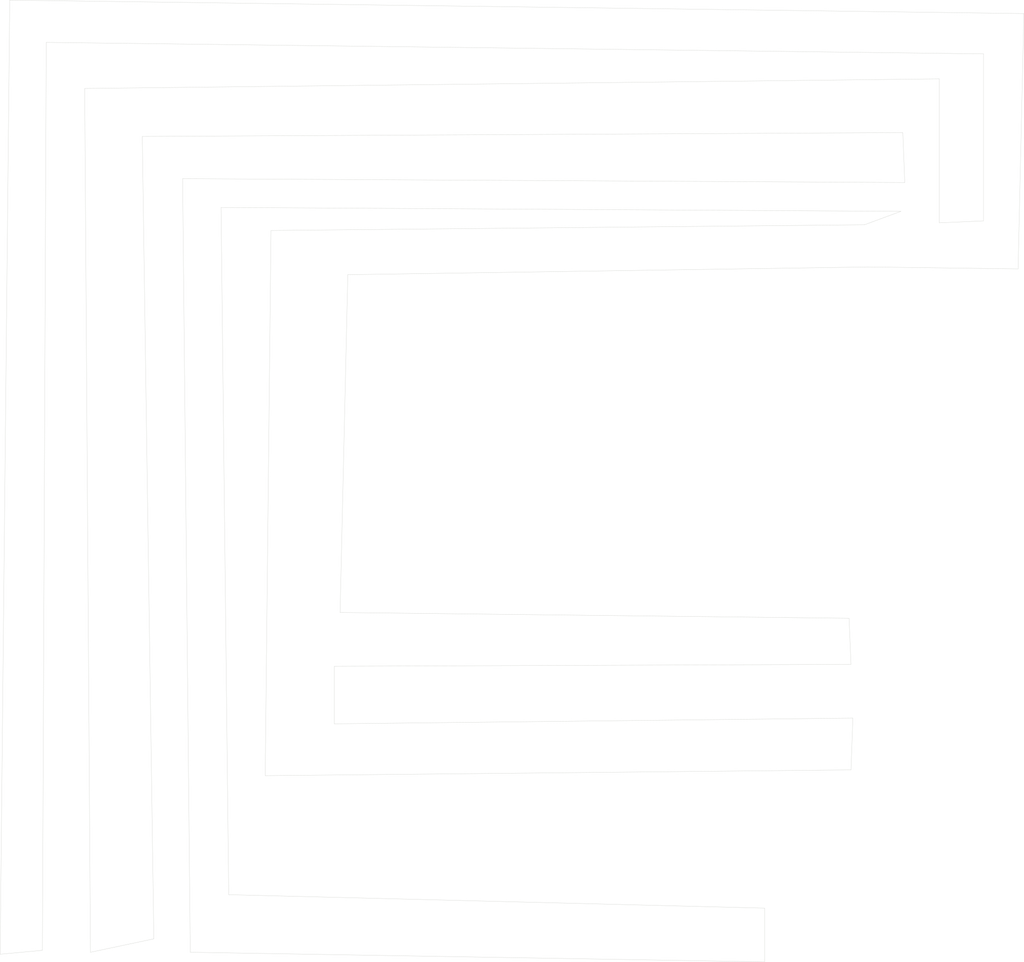
<source format=kicad_pcb>
(kicad_pcb (version 20221018) (generator pcbnew)

  (general
    (thickness 1.6)
  )

  (paper "A4")
  (layers
    (0 "F.Cu" signal)
    (31 "B.Cu" signal)
    (32 "B.Adhes" user "B.Adhesive")
    (33 "F.Adhes" user "F.Adhesive")
    (34 "B.Paste" user)
    (35 "F.Paste" user)
    (36 "B.SilkS" user "B.Silkscreen")
    (37 "F.SilkS" user "F.Silkscreen")
    (38 "B.Mask" user)
    (39 "F.Mask" user)
    (40 "Dwgs.User" user "User.Drawings")
    (41 "Cmts.User" user "User.Comments")
    (42 "Eco1.User" user "User.Eco1")
    (43 "Eco2.User" user "User.Eco2")
    (44 "Edge.Cuts" user)
    (45 "Margin" user)
    (46 "B.CrtYd" user "B.Courtyard")
    (47 "F.CrtYd" user "F.Courtyard")
    (48 "B.Fab" user)
    (49 "F.Fab" user)
    (50 "User.1" user)
    (51 "User.2" user)
    (52 "User.3" user)
    (53 "User.4" user)
    (54 "User.5" user)
    (55 "User.6" user)
    (56 "User.7" user)
    (57 "User.8" user)
    (58 "User.9" user)
  )

  (setup
    (stackup
      (layer "F.SilkS" (type "Top Silk Screen"))
      (layer "F.Paste" (type "Top Solder Paste"))
      (layer "F.Mask" (type "Top Solder Mask") (thickness 0.01))
      (layer "F.Cu" (type "copper") (thickness 0.035))
      (layer "dielectric 1" (type "core") (thickness 1.51) (material "FR4") (epsilon_r 4.5) (loss_tangent 0.02))
      (layer "B.Cu" (type "copper") (thickness 0.035))
      (layer "B.Mask" (type "Bottom Solder Mask") (thickness 0.01))
      (layer "B.Paste" (type "Bottom Solder Paste"))
      (layer "B.SilkS" (type "Bottom Silk Screen"))
      (copper_finish "None")
      (dielectric_constraints no)
    )
    (pad_to_mask_clearance 0)
    (pcbplotparams
      (layerselection 0x00010fc_ffffffff)
      (plot_on_all_layers_selection 0x0000000_00000000)
      (disableapertmacros false)
      (usegerberextensions false)
      (usegerberattributes true)
      (usegerberadvancedattributes true)
      (creategerberjobfile true)
      (dashed_line_dash_ratio 12.000000)
      (dashed_line_gap_ratio 3.000000)
      (svgprecision 4)
      (plotframeref false)
      (viasonmask false)
      (mode 1)
      (useauxorigin false)
      (hpglpennumber 1)
      (hpglpenspeed 20)
      (hpglpendiameter 15.000000)
      (dxfpolygonmode true)
      (dxfimperialunits true)
      (dxfusepcbnewfont true)
      (psnegative false)
      (psa4output false)
      (plotreference true)
      (plotvalue true)
      (plotinvisibletext false)
      (sketchpadsonfab false)
      (subtractmaskfromsilk false)
      (outputformat 1)
      (mirror false)
      (drillshape 1)
      (scaleselection 1)
      (outputdirectory "")
    )
  )

  (net 0 "")

  (gr_line (start 179.469975 2.849956) (end 2.179975 0.499956)
    (stroke (width 0.05) (type default)) (layer "Edge.Cuts") (tstamp 000765ea-ec3c-4905-b297-daa0d1dfe073))
  (gr_line (start 7.889975 166.699956) (end 8.559975 7.889956)
    (stroke (width 0.05) (type default)) (layer "Edge.Cuts") (tstamp 263022a2-e5cd-49f5-93b8-5abb504d6b9d))
  (gr_line (start 61.279975 48.519956) (end 152.269975 47.169956)
    (stroke (width 0.05) (type default)) (layer "Edge.Cuts") (tstamp 292e5261-ec0e-4ea3-b9f4-18bf2b1da41c))
  (gr_line (start 32.399975 31.729956) (end 33.739975 167.039956)
    (stroke (width 0.05) (type default)) (layer "Edge.Cuts") (tstamp 31d0b050-e152-4eb0-afb5-892d1f940192))
  (gr_line (start 2.179975 0.499956) (end 0.499975 167.379956)
    (stroke (width 0.05) (type default)) (layer "Edge.Cuts") (tstamp 34ae85f4-7c73-4c7c-948b-2574688988b6))
  (gr_line (start 151.599975 39.789956) (end 47.849975 40.789956)
    (stroke (width 0.05) (type default)) (layer "Edge.Cuts") (tstamp 424235fc-1d37-481b-a02b-4af75d7e4aaa))
  (gr_line (start 157.979975 37.439956) (end 151.599975 39.789956)
    (stroke (width 0.05) (type default)) (layer "Edge.Cuts") (tstamp 4b61cf33-0851-4295-aa18-89f1830546b1))
  (gr_line (start 0.499975 167.379956) (end 7.889975 166.699956)
    (stroke (width 0.05) (type default)) (layer "Edge.Cuts") (tstamp 4fb8ec7c-a6ab-4b32-8ab0-b2c214993e11))
  (gr_line (start 152.269975 47.169956) (end 178.459975 47.509956)
    (stroke (width 0.05) (type default)) (layer "Edge.Cuts") (tstamp 55f390ff-37f2-4abe-8066-2e431bd5e2f6))
  (gr_line (start 172.409975 39.109956) (end 164.689975 39.449956)
    (stroke (width 0.05) (type default)) (layer "Edge.Cuts") (tstamp 57addca4-30ac-48d2-a60a-de0d8aa3fded))
  (gr_line (start 164.689975 14.269956) (end 15.279975 15.949956)
    (stroke (width 0.05) (type default)) (layer "Edge.Cuts") (tstamp 66c0e1cd-cf09-40e5-ba8b-c16bc87b213e))
  (gr_line (start 27.369975 164.689956) (end 25.349975 24.339956)
    (stroke (width 0.05) (type default)) (layer "Edge.Cuts") (tstamp 6877aed4-b168-44e2-a852-bcfe6d41b91e))
  (gr_line (start 158.649975 32.399956) (end 32.399975 31.729956)
    (stroke (width 0.05) (type default)) (layer "Edge.Cuts") (tstamp 6c8f6773-9373-4447-adbe-bdf5d31f5946))
  (gr_line (start 149.579975 126.079956) (end 58.929975 127.079956)
    (stroke (width 0.05) (type default)) (layer "Edge.Cuts") (tstamp 6e42e4a1-b6d7-437a-a3f3-25dcf404f050))
  (gr_line (start 58.929975 127.079956) (end 58.929975 117.009956)
    (stroke (width 0.05) (type default)) (layer "Edge.Cuts") (tstamp 741092e1-9412-4b9a-98da-3787a9ab79fa))
  (gr_line (start 33.739975 167.039956) (end 134.139975 168.719956)
    (stroke (width 0.05) (type default)) (layer "Edge.Cuts") (tstamp 777a4213-1def-4917-bb78-b1455148635e))
  (gr_line (start 172.409975 9.899956) (end 172.409975 39.109956)
    (stroke (width 0.05) (type default)) (layer "Edge.Cuts") (tstamp 7a46e3a9-3986-4a5f-8060-da68b829b5ee))
  (gr_line (start 47.849975 40.789956) (end 46.839975 136.149956)
    (stroke (width 0.05) (type default)) (layer "Edge.Cuts") (tstamp 7da3d5e3-b7c8-4fef-98d8-f6819dc63934))
  (gr_line (start 15.279975 15.949956) (end 16.289975 167.039956)
    (stroke (width 0.05) (type default)) (layer "Edge.Cuts") (tstamp 8fd6216d-4346-46d1-978f-b63cab5814b9))
  (gr_line (start 59.929975 107.609956) (end 61.279975 48.519956)
    (stroke (width 0.05) (type default)) (layer "Edge.Cuts") (tstamp 90306695-be28-4397-97ca-9f492ce4f0b9))
  (gr_line (start 149.249975 135.139956) (end 149.579975 126.079956)
    (stroke (width 0.05) (type default)) (layer "Edge.Cuts") (tstamp 90bea509-7150-4734-b882-dd3950ad7aaa))
  (gr_line (start 46.839975 136.149956) (end 149.249975 135.139956)
    (stroke (width 0.05) (type default)) (layer "Edge.Cuts") (tstamp 955c1a20-f6ac-451f-bb8a-790837720ffb))
  (gr_line (start 134.139975 159.319956) (end 40.459975 156.969956)
    (stroke (width 0.05) (type default)) (layer "Edge.Cuts") (tstamp 9cb5a714-52d1-4304-b854-5e302e466c7a))
  (gr_line (start 16.289975 167.039956) (end 27.369975 164.689956)
    (stroke (width 0.05) (type default)) (layer "Edge.Cuts") (tstamp 9d767d83-c22f-4037-b8b0-da7d105e99bf))
  (gr_line (start 58.929975 117.009956) (end 149.249975 116.679956)
    (stroke (width 0.05) (type default)) (layer "Edge.Cuts") (tstamp 9fa058fd-28df-4da1-93aa-8f844d887e6f))
  (gr_line (start 8.559975 7.889956) (end 172.409975 9.899956)
    (stroke (width 0.05) (type default)) (layer "Edge.Cuts") (tstamp a207efbd-101b-4f67-a62e-5d00b6b87a91))
  (gr_line (start 40.459975 156.969956) (end 39.119975 36.759956)
    (stroke (width 0.05) (type default)) (layer "Edge.Cuts") (tstamp a579c5b2-c55c-4b6c-bbd2-e5780eab32f2))
  (gr_line (start 164.689975 39.449956) (end 164.689975 14.269956)
    (stroke (width 0.05) (type default)) (layer "Edge.Cuts") (tstamp c548c04f-e446-4aa0-8ce4-4967a18a2e2b))
  (gr_line (start 149.249975 116.679956) (end 148.909975 108.619956)
    (stroke (width 0.05) (type default)) (layer "Edge.Cuts") (tstamp cf2d4ca7-b55e-48dd-962a-e5c2d33c9a44))
  (gr_line (start 158.309975 23.669956) (end 158.649975 32.399956)
    (stroke (width 0.05) (type default)) (layer "Edge.Cuts") (tstamp d15a7402-ce65-49fb-b560-224d4f53faf2))
  (gr_line (start 148.909975 108.619956) (end 59.929975 107.609956)
    (stroke (width 0.05) (type default)) (layer "Edge.Cuts") (tstamp d61f1210-7ce2-4ac7-8e85-a1d3ed654f68))
  (gr_line (start 178.459975 47.509956) (end 179.469975 2.849956)
    (stroke (width 0.05) (type default)) (layer "Edge.Cuts") (tstamp ddcfca66-0846-483a-be7a-794227807528))
  (gr_line (start 134.139975 168.719956) (end 134.139975 159.319956)
    (stroke (width 0.05) (type default)) (layer "Edge.Cuts") (tstamp e0beb51f-3959-4086-933e-1fb855697483))
  (gr_line (start 39.119975 36.759956) (end 157.979975 37.439956)
    (stroke (width 0.05) (type default)) (layer "Edge.Cuts") (tstamp e9ba84c2-0359-48a9-894e-1fe0d7101ac7))
  (gr_line (start 25.349975 24.339956) (end 158.309975 23.669956)
    (stroke (width 0.05) (type default)) (layer "Edge.Cuts") (tstamp fbb3f9ba-891e-4908-b6a5-eb8edc693956))

)

</source>
